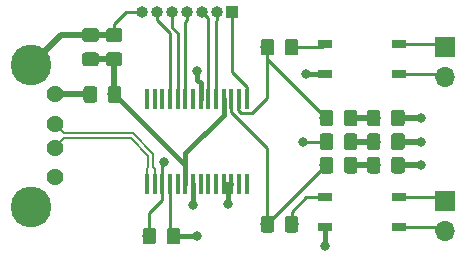
<source format=gbr>
G04 #@! TF.GenerationSoftware,KiCad,Pcbnew,5.1.4-e60b266~84~ubuntu19.04.1*
G04 #@! TF.CreationDate,2019-09-06T13:47:56+02:00*
G04 #@! TF.ProjectId,keyer,6b657965-722e-46b6-9963-61645f706362,rev?*
G04 #@! TF.SameCoordinates,Original*
G04 #@! TF.FileFunction,Copper,L1,Top*
G04 #@! TF.FilePolarity,Positive*
%FSLAX46Y46*%
G04 Gerber Fmt 4.6, Leading zero omitted, Abs format (unit mm)*
G04 Created by KiCad (PCBNEW 5.1.4-e60b266~84~ubuntu19.04.1) date 2019-09-06 13:47:56*
%MOMM*%
%LPD*%
G04 APERTURE LIST*
%ADD10O,1.000000X1.000000*%
%ADD11R,1.000000X1.000000*%
%ADD12C,0.100000*%
%ADD13C,1.150000*%
%ADD14C,3.450000*%
%ADD15C,1.431000*%
%ADD16O,1.700000X1.700000*%
%ADD17R,1.700000X1.700000*%
%ADD18R,0.450000X1.750000*%
%ADD19R,1.200000X0.800000*%
%ADD20C,0.800000*%
%ADD21C,0.500000*%
%ADD22C,0.250000*%
%ADD23C,0.450000*%
%ADD24C,0.200000*%
G04 APERTURE END LIST*
D10*
X116380000Y-117000000D03*
X117650000Y-117000000D03*
X118920000Y-117000000D03*
X120190000Y-117000000D03*
X121460000Y-117000000D03*
X122730000Y-117000000D03*
D11*
X124000000Y-117000000D03*
D12*
G36*
X119374505Y-135301204D02*
G01*
X119398773Y-135304804D01*
X119422572Y-135310765D01*
X119445671Y-135319030D01*
X119467850Y-135329520D01*
X119488893Y-135342132D01*
X119508599Y-135356747D01*
X119526777Y-135373223D01*
X119543253Y-135391401D01*
X119557868Y-135411107D01*
X119570480Y-135432150D01*
X119580970Y-135454329D01*
X119589235Y-135477428D01*
X119595196Y-135501227D01*
X119598796Y-135525495D01*
X119600000Y-135549999D01*
X119600000Y-136450001D01*
X119598796Y-136474505D01*
X119595196Y-136498773D01*
X119589235Y-136522572D01*
X119580970Y-136545671D01*
X119570480Y-136567850D01*
X119557868Y-136588893D01*
X119543253Y-136608599D01*
X119526777Y-136626777D01*
X119508599Y-136643253D01*
X119488893Y-136657868D01*
X119467850Y-136670480D01*
X119445671Y-136680970D01*
X119422572Y-136689235D01*
X119398773Y-136695196D01*
X119374505Y-136698796D01*
X119350001Y-136700000D01*
X118699999Y-136700000D01*
X118675495Y-136698796D01*
X118651227Y-136695196D01*
X118627428Y-136689235D01*
X118604329Y-136680970D01*
X118582150Y-136670480D01*
X118561107Y-136657868D01*
X118541401Y-136643253D01*
X118523223Y-136626777D01*
X118506747Y-136608599D01*
X118492132Y-136588893D01*
X118479520Y-136567850D01*
X118469030Y-136545671D01*
X118460765Y-136522572D01*
X118454804Y-136498773D01*
X118451204Y-136474505D01*
X118450000Y-136450001D01*
X118450000Y-135549999D01*
X118451204Y-135525495D01*
X118454804Y-135501227D01*
X118460765Y-135477428D01*
X118469030Y-135454329D01*
X118479520Y-135432150D01*
X118492132Y-135411107D01*
X118506747Y-135391401D01*
X118523223Y-135373223D01*
X118541401Y-135356747D01*
X118561107Y-135342132D01*
X118582150Y-135329520D01*
X118604329Y-135319030D01*
X118627428Y-135310765D01*
X118651227Y-135304804D01*
X118675495Y-135301204D01*
X118699999Y-135300000D01*
X119350001Y-135300000D01*
X119374505Y-135301204D01*
X119374505Y-135301204D01*
G37*
D13*
X119025000Y-136000000D03*
D12*
G36*
X117324505Y-135301204D02*
G01*
X117348773Y-135304804D01*
X117372572Y-135310765D01*
X117395671Y-135319030D01*
X117417850Y-135329520D01*
X117438893Y-135342132D01*
X117458599Y-135356747D01*
X117476777Y-135373223D01*
X117493253Y-135391401D01*
X117507868Y-135411107D01*
X117520480Y-135432150D01*
X117530970Y-135454329D01*
X117539235Y-135477428D01*
X117545196Y-135501227D01*
X117548796Y-135525495D01*
X117550000Y-135549999D01*
X117550000Y-136450001D01*
X117548796Y-136474505D01*
X117545196Y-136498773D01*
X117539235Y-136522572D01*
X117530970Y-136545671D01*
X117520480Y-136567850D01*
X117507868Y-136588893D01*
X117493253Y-136608599D01*
X117476777Y-136626777D01*
X117458599Y-136643253D01*
X117438893Y-136657868D01*
X117417850Y-136670480D01*
X117395671Y-136680970D01*
X117372572Y-136689235D01*
X117348773Y-136695196D01*
X117324505Y-136698796D01*
X117300001Y-136700000D01*
X116649999Y-136700000D01*
X116625495Y-136698796D01*
X116601227Y-136695196D01*
X116577428Y-136689235D01*
X116554329Y-136680970D01*
X116532150Y-136670480D01*
X116511107Y-136657868D01*
X116491401Y-136643253D01*
X116473223Y-136626777D01*
X116456747Y-136608599D01*
X116442132Y-136588893D01*
X116429520Y-136567850D01*
X116419030Y-136545671D01*
X116410765Y-136522572D01*
X116404804Y-136498773D01*
X116401204Y-136474505D01*
X116400000Y-136450001D01*
X116400000Y-135549999D01*
X116401204Y-135525495D01*
X116404804Y-135501227D01*
X116410765Y-135477428D01*
X116419030Y-135454329D01*
X116429520Y-135432150D01*
X116442132Y-135411107D01*
X116456747Y-135391401D01*
X116473223Y-135373223D01*
X116491401Y-135356747D01*
X116511107Y-135342132D01*
X116532150Y-135329520D01*
X116554329Y-135319030D01*
X116577428Y-135310765D01*
X116601227Y-135304804D01*
X116625495Y-135301204D01*
X116649999Y-135300000D01*
X117300001Y-135300000D01*
X117324505Y-135301204D01*
X117324505Y-135301204D01*
G37*
D13*
X116975000Y-136000000D03*
D12*
G36*
X112474505Y-118401204D02*
G01*
X112498773Y-118404804D01*
X112522572Y-118410765D01*
X112545671Y-118419030D01*
X112567850Y-118429520D01*
X112588893Y-118442132D01*
X112608599Y-118456747D01*
X112626777Y-118473223D01*
X112643253Y-118491401D01*
X112657868Y-118511107D01*
X112670480Y-118532150D01*
X112680970Y-118554329D01*
X112689235Y-118577428D01*
X112695196Y-118601227D01*
X112698796Y-118625495D01*
X112700000Y-118649999D01*
X112700000Y-119300001D01*
X112698796Y-119324505D01*
X112695196Y-119348773D01*
X112689235Y-119372572D01*
X112680970Y-119395671D01*
X112670480Y-119417850D01*
X112657868Y-119438893D01*
X112643253Y-119458599D01*
X112626777Y-119476777D01*
X112608599Y-119493253D01*
X112588893Y-119507868D01*
X112567850Y-119520480D01*
X112545671Y-119530970D01*
X112522572Y-119539235D01*
X112498773Y-119545196D01*
X112474505Y-119548796D01*
X112450001Y-119550000D01*
X111549999Y-119550000D01*
X111525495Y-119548796D01*
X111501227Y-119545196D01*
X111477428Y-119539235D01*
X111454329Y-119530970D01*
X111432150Y-119520480D01*
X111411107Y-119507868D01*
X111391401Y-119493253D01*
X111373223Y-119476777D01*
X111356747Y-119458599D01*
X111342132Y-119438893D01*
X111329520Y-119417850D01*
X111319030Y-119395671D01*
X111310765Y-119372572D01*
X111304804Y-119348773D01*
X111301204Y-119324505D01*
X111300000Y-119300001D01*
X111300000Y-118649999D01*
X111301204Y-118625495D01*
X111304804Y-118601227D01*
X111310765Y-118577428D01*
X111319030Y-118554329D01*
X111329520Y-118532150D01*
X111342132Y-118511107D01*
X111356747Y-118491401D01*
X111373223Y-118473223D01*
X111391401Y-118456747D01*
X111411107Y-118442132D01*
X111432150Y-118429520D01*
X111454329Y-118419030D01*
X111477428Y-118410765D01*
X111501227Y-118404804D01*
X111525495Y-118401204D01*
X111549999Y-118400000D01*
X112450001Y-118400000D01*
X112474505Y-118401204D01*
X112474505Y-118401204D01*
G37*
D13*
X112000000Y-118975000D03*
D12*
G36*
X112474505Y-120451204D02*
G01*
X112498773Y-120454804D01*
X112522572Y-120460765D01*
X112545671Y-120469030D01*
X112567850Y-120479520D01*
X112588893Y-120492132D01*
X112608599Y-120506747D01*
X112626777Y-120523223D01*
X112643253Y-120541401D01*
X112657868Y-120561107D01*
X112670480Y-120582150D01*
X112680970Y-120604329D01*
X112689235Y-120627428D01*
X112695196Y-120651227D01*
X112698796Y-120675495D01*
X112700000Y-120699999D01*
X112700000Y-121350001D01*
X112698796Y-121374505D01*
X112695196Y-121398773D01*
X112689235Y-121422572D01*
X112680970Y-121445671D01*
X112670480Y-121467850D01*
X112657868Y-121488893D01*
X112643253Y-121508599D01*
X112626777Y-121526777D01*
X112608599Y-121543253D01*
X112588893Y-121557868D01*
X112567850Y-121570480D01*
X112545671Y-121580970D01*
X112522572Y-121589235D01*
X112498773Y-121595196D01*
X112474505Y-121598796D01*
X112450001Y-121600000D01*
X111549999Y-121600000D01*
X111525495Y-121598796D01*
X111501227Y-121595196D01*
X111477428Y-121589235D01*
X111454329Y-121580970D01*
X111432150Y-121570480D01*
X111411107Y-121557868D01*
X111391401Y-121543253D01*
X111373223Y-121526777D01*
X111356747Y-121508599D01*
X111342132Y-121488893D01*
X111329520Y-121467850D01*
X111319030Y-121445671D01*
X111310765Y-121422572D01*
X111304804Y-121398773D01*
X111301204Y-121374505D01*
X111300000Y-121350001D01*
X111300000Y-120699999D01*
X111301204Y-120675495D01*
X111304804Y-120651227D01*
X111310765Y-120627428D01*
X111319030Y-120604329D01*
X111329520Y-120582150D01*
X111342132Y-120561107D01*
X111356747Y-120541401D01*
X111373223Y-120523223D01*
X111391401Y-120506747D01*
X111411107Y-120492132D01*
X111432150Y-120479520D01*
X111454329Y-120469030D01*
X111477428Y-120460765D01*
X111501227Y-120454804D01*
X111525495Y-120451204D01*
X111549999Y-120450000D01*
X112450001Y-120450000D01*
X112474505Y-120451204D01*
X112474505Y-120451204D01*
G37*
D13*
X112000000Y-121025000D03*
D12*
G36*
X114474505Y-120451204D02*
G01*
X114498773Y-120454804D01*
X114522572Y-120460765D01*
X114545671Y-120469030D01*
X114567850Y-120479520D01*
X114588893Y-120492132D01*
X114608599Y-120506747D01*
X114626777Y-120523223D01*
X114643253Y-120541401D01*
X114657868Y-120561107D01*
X114670480Y-120582150D01*
X114680970Y-120604329D01*
X114689235Y-120627428D01*
X114695196Y-120651227D01*
X114698796Y-120675495D01*
X114700000Y-120699999D01*
X114700000Y-121350001D01*
X114698796Y-121374505D01*
X114695196Y-121398773D01*
X114689235Y-121422572D01*
X114680970Y-121445671D01*
X114670480Y-121467850D01*
X114657868Y-121488893D01*
X114643253Y-121508599D01*
X114626777Y-121526777D01*
X114608599Y-121543253D01*
X114588893Y-121557868D01*
X114567850Y-121570480D01*
X114545671Y-121580970D01*
X114522572Y-121589235D01*
X114498773Y-121595196D01*
X114474505Y-121598796D01*
X114450001Y-121600000D01*
X113549999Y-121600000D01*
X113525495Y-121598796D01*
X113501227Y-121595196D01*
X113477428Y-121589235D01*
X113454329Y-121580970D01*
X113432150Y-121570480D01*
X113411107Y-121557868D01*
X113391401Y-121543253D01*
X113373223Y-121526777D01*
X113356747Y-121508599D01*
X113342132Y-121488893D01*
X113329520Y-121467850D01*
X113319030Y-121445671D01*
X113310765Y-121422572D01*
X113304804Y-121398773D01*
X113301204Y-121374505D01*
X113300000Y-121350001D01*
X113300000Y-120699999D01*
X113301204Y-120675495D01*
X113304804Y-120651227D01*
X113310765Y-120627428D01*
X113319030Y-120604329D01*
X113329520Y-120582150D01*
X113342132Y-120561107D01*
X113356747Y-120541401D01*
X113373223Y-120523223D01*
X113391401Y-120506747D01*
X113411107Y-120492132D01*
X113432150Y-120479520D01*
X113454329Y-120469030D01*
X113477428Y-120460765D01*
X113501227Y-120454804D01*
X113525495Y-120451204D01*
X113549999Y-120450000D01*
X114450001Y-120450000D01*
X114474505Y-120451204D01*
X114474505Y-120451204D01*
G37*
D13*
X114000000Y-121025000D03*
D12*
G36*
X114474505Y-118401204D02*
G01*
X114498773Y-118404804D01*
X114522572Y-118410765D01*
X114545671Y-118419030D01*
X114567850Y-118429520D01*
X114588893Y-118442132D01*
X114608599Y-118456747D01*
X114626777Y-118473223D01*
X114643253Y-118491401D01*
X114657868Y-118511107D01*
X114670480Y-118532150D01*
X114680970Y-118554329D01*
X114689235Y-118577428D01*
X114695196Y-118601227D01*
X114698796Y-118625495D01*
X114700000Y-118649999D01*
X114700000Y-119300001D01*
X114698796Y-119324505D01*
X114695196Y-119348773D01*
X114689235Y-119372572D01*
X114680970Y-119395671D01*
X114670480Y-119417850D01*
X114657868Y-119438893D01*
X114643253Y-119458599D01*
X114626777Y-119476777D01*
X114608599Y-119493253D01*
X114588893Y-119507868D01*
X114567850Y-119520480D01*
X114545671Y-119530970D01*
X114522572Y-119539235D01*
X114498773Y-119545196D01*
X114474505Y-119548796D01*
X114450001Y-119550000D01*
X113549999Y-119550000D01*
X113525495Y-119548796D01*
X113501227Y-119545196D01*
X113477428Y-119539235D01*
X113454329Y-119530970D01*
X113432150Y-119520480D01*
X113411107Y-119507868D01*
X113391401Y-119493253D01*
X113373223Y-119476777D01*
X113356747Y-119458599D01*
X113342132Y-119438893D01*
X113329520Y-119417850D01*
X113319030Y-119395671D01*
X113310765Y-119372572D01*
X113304804Y-119348773D01*
X113301204Y-119324505D01*
X113300000Y-119300001D01*
X113300000Y-118649999D01*
X113301204Y-118625495D01*
X113304804Y-118601227D01*
X113310765Y-118577428D01*
X113319030Y-118554329D01*
X113329520Y-118532150D01*
X113342132Y-118511107D01*
X113356747Y-118491401D01*
X113373223Y-118473223D01*
X113391401Y-118456747D01*
X113411107Y-118442132D01*
X113432150Y-118429520D01*
X113454329Y-118419030D01*
X113477428Y-118410765D01*
X113501227Y-118404804D01*
X113525495Y-118401204D01*
X113549999Y-118400000D01*
X114450001Y-118400000D01*
X114474505Y-118401204D01*
X114474505Y-118401204D01*
G37*
D13*
X114000000Y-118975000D03*
D12*
G36*
X138374505Y-127301204D02*
G01*
X138398773Y-127304804D01*
X138422572Y-127310765D01*
X138445671Y-127319030D01*
X138467850Y-127329520D01*
X138488893Y-127342132D01*
X138508599Y-127356747D01*
X138526777Y-127373223D01*
X138543253Y-127391401D01*
X138557868Y-127411107D01*
X138570480Y-127432150D01*
X138580970Y-127454329D01*
X138589235Y-127477428D01*
X138595196Y-127501227D01*
X138598796Y-127525495D01*
X138600000Y-127549999D01*
X138600000Y-128450001D01*
X138598796Y-128474505D01*
X138595196Y-128498773D01*
X138589235Y-128522572D01*
X138580970Y-128545671D01*
X138570480Y-128567850D01*
X138557868Y-128588893D01*
X138543253Y-128608599D01*
X138526777Y-128626777D01*
X138508599Y-128643253D01*
X138488893Y-128657868D01*
X138467850Y-128670480D01*
X138445671Y-128680970D01*
X138422572Y-128689235D01*
X138398773Y-128695196D01*
X138374505Y-128698796D01*
X138350001Y-128700000D01*
X137699999Y-128700000D01*
X137675495Y-128698796D01*
X137651227Y-128695196D01*
X137627428Y-128689235D01*
X137604329Y-128680970D01*
X137582150Y-128670480D01*
X137561107Y-128657868D01*
X137541401Y-128643253D01*
X137523223Y-128626777D01*
X137506747Y-128608599D01*
X137492132Y-128588893D01*
X137479520Y-128567850D01*
X137469030Y-128545671D01*
X137460765Y-128522572D01*
X137454804Y-128498773D01*
X137451204Y-128474505D01*
X137450000Y-128450001D01*
X137450000Y-127549999D01*
X137451204Y-127525495D01*
X137454804Y-127501227D01*
X137460765Y-127477428D01*
X137469030Y-127454329D01*
X137479520Y-127432150D01*
X137492132Y-127411107D01*
X137506747Y-127391401D01*
X137523223Y-127373223D01*
X137541401Y-127356747D01*
X137561107Y-127342132D01*
X137582150Y-127329520D01*
X137604329Y-127319030D01*
X137627428Y-127310765D01*
X137651227Y-127304804D01*
X137675495Y-127301204D01*
X137699999Y-127300000D01*
X138350001Y-127300000D01*
X138374505Y-127301204D01*
X138374505Y-127301204D01*
G37*
D13*
X138025000Y-128000000D03*
D12*
G36*
X136324505Y-127301204D02*
G01*
X136348773Y-127304804D01*
X136372572Y-127310765D01*
X136395671Y-127319030D01*
X136417850Y-127329520D01*
X136438893Y-127342132D01*
X136458599Y-127356747D01*
X136476777Y-127373223D01*
X136493253Y-127391401D01*
X136507868Y-127411107D01*
X136520480Y-127432150D01*
X136530970Y-127454329D01*
X136539235Y-127477428D01*
X136545196Y-127501227D01*
X136548796Y-127525495D01*
X136550000Y-127549999D01*
X136550000Y-128450001D01*
X136548796Y-128474505D01*
X136545196Y-128498773D01*
X136539235Y-128522572D01*
X136530970Y-128545671D01*
X136520480Y-128567850D01*
X136507868Y-128588893D01*
X136493253Y-128608599D01*
X136476777Y-128626777D01*
X136458599Y-128643253D01*
X136438893Y-128657868D01*
X136417850Y-128670480D01*
X136395671Y-128680970D01*
X136372572Y-128689235D01*
X136348773Y-128695196D01*
X136324505Y-128698796D01*
X136300001Y-128700000D01*
X135649999Y-128700000D01*
X135625495Y-128698796D01*
X135601227Y-128695196D01*
X135577428Y-128689235D01*
X135554329Y-128680970D01*
X135532150Y-128670480D01*
X135511107Y-128657868D01*
X135491401Y-128643253D01*
X135473223Y-128626777D01*
X135456747Y-128608599D01*
X135442132Y-128588893D01*
X135429520Y-128567850D01*
X135419030Y-128545671D01*
X135410765Y-128522572D01*
X135404804Y-128498773D01*
X135401204Y-128474505D01*
X135400000Y-128450001D01*
X135400000Y-127549999D01*
X135401204Y-127525495D01*
X135404804Y-127501227D01*
X135410765Y-127477428D01*
X135419030Y-127454329D01*
X135429520Y-127432150D01*
X135442132Y-127411107D01*
X135456747Y-127391401D01*
X135473223Y-127373223D01*
X135491401Y-127356747D01*
X135511107Y-127342132D01*
X135532150Y-127329520D01*
X135554329Y-127319030D01*
X135577428Y-127310765D01*
X135601227Y-127304804D01*
X135625495Y-127301204D01*
X135649999Y-127300000D01*
X136300001Y-127300000D01*
X136324505Y-127301204D01*
X136324505Y-127301204D01*
G37*
D13*
X135975000Y-128000000D03*
D12*
G36*
X136324505Y-125301204D02*
G01*
X136348773Y-125304804D01*
X136372572Y-125310765D01*
X136395671Y-125319030D01*
X136417850Y-125329520D01*
X136438893Y-125342132D01*
X136458599Y-125356747D01*
X136476777Y-125373223D01*
X136493253Y-125391401D01*
X136507868Y-125411107D01*
X136520480Y-125432150D01*
X136530970Y-125454329D01*
X136539235Y-125477428D01*
X136545196Y-125501227D01*
X136548796Y-125525495D01*
X136550000Y-125549999D01*
X136550000Y-126450001D01*
X136548796Y-126474505D01*
X136545196Y-126498773D01*
X136539235Y-126522572D01*
X136530970Y-126545671D01*
X136520480Y-126567850D01*
X136507868Y-126588893D01*
X136493253Y-126608599D01*
X136476777Y-126626777D01*
X136458599Y-126643253D01*
X136438893Y-126657868D01*
X136417850Y-126670480D01*
X136395671Y-126680970D01*
X136372572Y-126689235D01*
X136348773Y-126695196D01*
X136324505Y-126698796D01*
X136300001Y-126700000D01*
X135649999Y-126700000D01*
X135625495Y-126698796D01*
X135601227Y-126695196D01*
X135577428Y-126689235D01*
X135554329Y-126680970D01*
X135532150Y-126670480D01*
X135511107Y-126657868D01*
X135491401Y-126643253D01*
X135473223Y-126626777D01*
X135456747Y-126608599D01*
X135442132Y-126588893D01*
X135429520Y-126567850D01*
X135419030Y-126545671D01*
X135410765Y-126522572D01*
X135404804Y-126498773D01*
X135401204Y-126474505D01*
X135400000Y-126450001D01*
X135400000Y-125549999D01*
X135401204Y-125525495D01*
X135404804Y-125501227D01*
X135410765Y-125477428D01*
X135419030Y-125454329D01*
X135429520Y-125432150D01*
X135442132Y-125411107D01*
X135456747Y-125391401D01*
X135473223Y-125373223D01*
X135491401Y-125356747D01*
X135511107Y-125342132D01*
X135532150Y-125329520D01*
X135554329Y-125319030D01*
X135577428Y-125310765D01*
X135601227Y-125304804D01*
X135625495Y-125301204D01*
X135649999Y-125300000D01*
X136300001Y-125300000D01*
X136324505Y-125301204D01*
X136324505Y-125301204D01*
G37*
D13*
X135975000Y-126000000D03*
D12*
G36*
X138374505Y-125301204D02*
G01*
X138398773Y-125304804D01*
X138422572Y-125310765D01*
X138445671Y-125319030D01*
X138467850Y-125329520D01*
X138488893Y-125342132D01*
X138508599Y-125356747D01*
X138526777Y-125373223D01*
X138543253Y-125391401D01*
X138557868Y-125411107D01*
X138570480Y-125432150D01*
X138580970Y-125454329D01*
X138589235Y-125477428D01*
X138595196Y-125501227D01*
X138598796Y-125525495D01*
X138600000Y-125549999D01*
X138600000Y-126450001D01*
X138598796Y-126474505D01*
X138595196Y-126498773D01*
X138589235Y-126522572D01*
X138580970Y-126545671D01*
X138570480Y-126567850D01*
X138557868Y-126588893D01*
X138543253Y-126608599D01*
X138526777Y-126626777D01*
X138508599Y-126643253D01*
X138488893Y-126657868D01*
X138467850Y-126670480D01*
X138445671Y-126680970D01*
X138422572Y-126689235D01*
X138398773Y-126695196D01*
X138374505Y-126698796D01*
X138350001Y-126700000D01*
X137699999Y-126700000D01*
X137675495Y-126698796D01*
X137651227Y-126695196D01*
X137627428Y-126689235D01*
X137604329Y-126680970D01*
X137582150Y-126670480D01*
X137561107Y-126657868D01*
X137541401Y-126643253D01*
X137523223Y-126626777D01*
X137506747Y-126608599D01*
X137492132Y-126588893D01*
X137479520Y-126567850D01*
X137469030Y-126545671D01*
X137460765Y-126522572D01*
X137454804Y-126498773D01*
X137451204Y-126474505D01*
X137450000Y-126450001D01*
X137450000Y-125549999D01*
X137451204Y-125525495D01*
X137454804Y-125501227D01*
X137460765Y-125477428D01*
X137469030Y-125454329D01*
X137479520Y-125432150D01*
X137492132Y-125411107D01*
X137506747Y-125391401D01*
X137523223Y-125373223D01*
X137541401Y-125356747D01*
X137561107Y-125342132D01*
X137582150Y-125329520D01*
X137604329Y-125319030D01*
X137627428Y-125310765D01*
X137651227Y-125304804D01*
X137675495Y-125301204D01*
X137699999Y-125300000D01*
X138350001Y-125300000D01*
X138374505Y-125301204D01*
X138374505Y-125301204D01*
G37*
D13*
X138025000Y-126000000D03*
D12*
G36*
X138374505Y-129301204D02*
G01*
X138398773Y-129304804D01*
X138422572Y-129310765D01*
X138445671Y-129319030D01*
X138467850Y-129329520D01*
X138488893Y-129342132D01*
X138508599Y-129356747D01*
X138526777Y-129373223D01*
X138543253Y-129391401D01*
X138557868Y-129411107D01*
X138570480Y-129432150D01*
X138580970Y-129454329D01*
X138589235Y-129477428D01*
X138595196Y-129501227D01*
X138598796Y-129525495D01*
X138600000Y-129549999D01*
X138600000Y-130450001D01*
X138598796Y-130474505D01*
X138595196Y-130498773D01*
X138589235Y-130522572D01*
X138580970Y-130545671D01*
X138570480Y-130567850D01*
X138557868Y-130588893D01*
X138543253Y-130608599D01*
X138526777Y-130626777D01*
X138508599Y-130643253D01*
X138488893Y-130657868D01*
X138467850Y-130670480D01*
X138445671Y-130680970D01*
X138422572Y-130689235D01*
X138398773Y-130695196D01*
X138374505Y-130698796D01*
X138350001Y-130700000D01*
X137699999Y-130700000D01*
X137675495Y-130698796D01*
X137651227Y-130695196D01*
X137627428Y-130689235D01*
X137604329Y-130680970D01*
X137582150Y-130670480D01*
X137561107Y-130657868D01*
X137541401Y-130643253D01*
X137523223Y-130626777D01*
X137506747Y-130608599D01*
X137492132Y-130588893D01*
X137479520Y-130567850D01*
X137469030Y-130545671D01*
X137460765Y-130522572D01*
X137454804Y-130498773D01*
X137451204Y-130474505D01*
X137450000Y-130450001D01*
X137450000Y-129549999D01*
X137451204Y-129525495D01*
X137454804Y-129501227D01*
X137460765Y-129477428D01*
X137469030Y-129454329D01*
X137479520Y-129432150D01*
X137492132Y-129411107D01*
X137506747Y-129391401D01*
X137523223Y-129373223D01*
X137541401Y-129356747D01*
X137561107Y-129342132D01*
X137582150Y-129329520D01*
X137604329Y-129319030D01*
X137627428Y-129310765D01*
X137651227Y-129304804D01*
X137675495Y-129301204D01*
X137699999Y-129300000D01*
X138350001Y-129300000D01*
X138374505Y-129301204D01*
X138374505Y-129301204D01*
G37*
D13*
X138025000Y-130000000D03*
D12*
G36*
X136324505Y-129301204D02*
G01*
X136348773Y-129304804D01*
X136372572Y-129310765D01*
X136395671Y-129319030D01*
X136417850Y-129329520D01*
X136438893Y-129342132D01*
X136458599Y-129356747D01*
X136476777Y-129373223D01*
X136493253Y-129391401D01*
X136507868Y-129411107D01*
X136520480Y-129432150D01*
X136530970Y-129454329D01*
X136539235Y-129477428D01*
X136545196Y-129501227D01*
X136548796Y-129525495D01*
X136550000Y-129549999D01*
X136550000Y-130450001D01*
X136548796Y-130474505D01*
X136545196Y-130498773D01*
X136539235Y-130522572D01*
X136530970Y-130545671D01*
X136520480Y-130567850D01*
X136507868Y-130588893D01*
X136493253Y-130608599D01*
X136476777Y-130626777D01*
X136458599Y-130643253D01*
X136438893Y-130657868D01*
X136417850Y-130670480D01*
X136395671Y-130680970D01*
X136372572Y-130689235D01*
X136348773Y-130695196D01*
X136324505Y-130698796D01*
X136300001Y-130700000D01*
X135649999Y-130700000D01*
X135625495Y-130698796D01*
X135601227Y-130695196D01*
X135577428Y-130689235D01*
X135554329Y-130680970D01*
X135532150Y-130670480D01*
X135511107Y-130657868D01*
X135491401Y-130643253D01*
X135473223Y-130626777D01*
X135456747Y-130608599D01*
X135442132Y-130588893D01*
X135429520Y-130567850D01*
X135419030Y-130545671D01*
X135410765Y-130522572D01*
X135404804Y-130498773D01*
X135401204Y-130474505D01*
X135400000Y-130450001D01*
X135400000Y-129549999D01*
X135401204Y-129525495D01*
X135404804Y-129501227D01*
X135410765Y-129477428D01*
X135419030Y-129454329D01*
X135429520Y-129432150D01*
X135442132Y-129411107D01*
X135456747Y-129391401D01*
X135473223Y-129373223D01*
X135491401Y-129356747D01*
X135511107Y-129342132D01*
X135532150Y-129329520D01*
X135554329Y-129319030D01*
X135577428Y-129310765D01*
X135601227Y-129304804D01*
X135625495Y-129301204D01*
X135649999Y-129300000D01*
X136300001Y-129300000D01*
X136324505Y-129301204D01*
X136324505Y-129301204D01*
G37*
D13*
X135975000Y-130000000D03*
D12*
G36*
X114374505Y-123301204D02*
G01*
X114398773Y-123304804D01*
X114422572Y-123310765D01*
X114445671Y-123319030D01*
X114467850Y-123329520D01*
X114488893Y-123342132D01*
X114508599Y-123356747D01*
X114526777Y-123373223D01*
X114543253Y-123391401D01*
X114557868Y-123411107D01*
X114570480Y-123432150D01*
X114580970Y-123454329D01*
X114589235Y-123477428D01*
X114595196Y-123501227D01*
X114598796Y-123525495D01*
X114600000Y-123549999D01*
X114600000Y-124450001D01*
X114598796Y-124474505D01*
X114595196Y-124498773D01*
X114589235Y-124522572D01*
X114580970Y-124545671D01*
X114570480Y-124567850D01*
X114557868Y-124588893D01*
X114543253Y-124608599D01*
X114526777Y-124626777D01*
X114508599Y-124643253D01*
X114488893Y-124657868D01*
X114467850Y-124670480D01*
X114445671Y-124680970D01*
X114422572Y-124689235D01*
X114398773Y-124695196D01*
X114374505Y-124698796D01*
X114350001Y-124700000D01*
X113699999Y-124700000D01*
X113675495Y-124698796D01*
X113651227Y-124695196D01*
X113627428Y-124689235D01*
X113604329Y-124680970D01*
X113582150Y-124670480D01*
X113561107Y-124657868D01*
X113541401Y-124643253D01*
X113523223Y-124626777D01*
X113506747Y-124608599D01*
X113492132Y-124588893D01*
X113479520Y-124567850D01*
X113469030Y-124545671D01*
X113460765Y-124522572D01*
X113454804Y-124498773D01*
X113451204Y-124474505D01*
X113450000Y-124450001D01*
X113450000Y-123549999D01*
X113451204Y-123525495D01*
X113454804Y-123501227D01*
X113460765Y-123477428D01*
X113469030Y-123454329D01*
X113479520Y-123432150D01*
X113492132Y-123411107D01*
X113506747Y-123391401D01*
X113523223Y-123373223D01*
X113541401Y-123356747D01*
X113561107Y-123342132D01*
X113582150Y-123329520D01*
X113604329Y-123319030D01*
X113627428Y-123310765D01*
X113651227Y-123304804D01*
X113675495Y-123301204D01*
X113699999Y-123300000D01*
X114350001Y-123300000D01*
X114374505Y-123301204D01*
X114374505Y-123301204D01*
G37*
D13*
X114025000Y-124000000D03*
D12*
G36*
X112324505Y-123301204D02*
G01*
X112348773Y-123304804D01*
X112372572Y-123310765D01*
X112395671Y-123319030D01*
X112417850Y-123329520D01*
X112438893Y-123342132D01*
X112458599Y-123356747D01*
X112476777Y-123373223D01*
X112493253Y-123391401D01*
X112507868Y-123411107D01*
X112520480Y-123432150D01*
X112530970Y-123454329D01*
X112539235Y-123477428D01*
X112545196Y-123501227D01*
X112548796Y-123525495D01*
X112550000Y-123549999D01*
X112550000Y-124450001D01*
X112548796Y-124474505D01*
X112545196Y-124498773D01*
X112539235Y-124522572D01*
X112530970Y-124545671D01*
X112520480Y-124567850D01*
X112507868Y-124588893D01*
X112493253Y-124608599D01*
X112476777Y-124626777D01*
X112458599Y-124643253D01*
X112438893Y-124657868D01*
X112417850Y-124670480D01*
X112395671Y-124680970D01*
X112372572Y-124689235D01*
X112348773Y-124695196D01*
X112324505Y-124698796D01*
X112300001Y-124700000D01*
X111649999Y-124700000D01*
X111625495Y-124698796D01*
X111601227Y-124695196D01*
X111577428Y-124689235D01*
X111554329Y-124680970D01*
X111532150Y-124670480D01*
X111511107Y-124657868D01*
X111491401Y-124643253D01*
X111473223Y-124626777D01*
X111456747Y-124608599D01*
X111442132Y-124588893D01*
X111429520Y-124567850D01*
X111419030Y-124545671D01*
X111410765Y-124522572D01*
X111404804Y-124498773D01*
X111401204Y-124474505D01*
X111400000Y-124450001D01*
X111400000Y-123549999D01*
X111401204Y-123525495D01*
X111404804Y-123501227D01*
X111410765Y-123477428D01*
X111419030Y-123454329D01*
X111429520Y-123432150D01*
X111442132Y-123411107D01*
X111456747Y-123391401D01*
X111473223Y-123373223D01*
X111491401Y-123356747D01*
X111511107Y-123342132D01*
X111532150Y-123329520D01*
X111554329Y-123319030D01*
X111577428Y-123310765D01*
X111601227Y-123304804D01*
X111625495Y-123301204D01*
X111649999Y-123300000D01*
X112300001Y-123300000D01*
X112324505Y-123301204D01*
X112324505Y-123301204D01*
G37*
D13*
X111975000Y-124000000D03*
D14*
X107000000Y-133500000D03*
X107000000Y-121500000D03*
D15*
X109000000Y-131000000D03*
X109000000Y-128500000D03*
X109000000Y-126500000D03*
X109000000Y-124000000D03*
D16*
X142000000Y-135540000D03*
D17*
X142000000Y-133000000D03*
X142000000Y-120000000D03*
D16*
X142000000Y-122540000D03*
D12*
G36*
X134374505Y-127301204D02*
G01*
X134398773Y-127304804D01*
X134422572Y-127310765D01*
X134445671Y-127319030D01*
X134467850Y-127329520D01*
X134488893Y-127342132D01*
X134508599Y-127356747D01*
X134526777Y-127373223D01*
X134543253Y-127391401D01*
X134557868Y-127411107D01*
X134570480Y-127432150D01*
X134580970Y-127454329D01*
X134589235Y-127477428D01*
X134595196Y-127501227D01*
X134598796Y-127525495D01*
X134600000Y-127549999D01*
X134600000Y-128450001D01*
X134598796Y-128474505D01*
X134595196Y-128498773D01*
X134589235Y-128522572D01*
X134580970Y-128545671D01*
X134570480Y-128567850D01*
X134557868Y-128588893D01*
X134543253Y-128608599D01*
X134526777Y-128626777D01*
X134508599Y-128643253D01*
X134488893Y-128657868D01*
X134467850Y-128670480D01*
X134445671Y-128680970D01*
X134422572Y-128689235D01*
X134398773Y-128695196D01*
X134374505Y-128698796D01*
X134350001Y-128700000D01*
X133699999Y-128700000D01*
X133675495Y-128698796D01*
X133651227Y-128695196D01*
X133627428Y-128689235D01*
X133604329Y-128680970D01*
X133582150Y-128670480D01*
X133561107Y-128657868D01*
X133541401Y-128643253D01*
X133523223Y-128626777D01*
X133506747Y-128608599D01*
X133492132Y-128588893D01*
X133479520Y-128567850D01*
X133469030Y-128545671D01*
X133460765Y-128522572D01*
X133454804Y-128498773D01*
X133451204Y-128474505D01*
X133450000Y-128450001D01*
X133450000Y-127549999D01*
X133451204Y-127525495D01*
X133454804Y-127501227D01*
X133460765Y-127477428D01*
X133469030Y-127454329D01*
X133479520Y-127432150D01*
X133492132Y-127411107D01*
X133506747Y-127391401D01*
X133523223Y-127373223D01*
X133541401Y-127356747D01*
X133561107Y-127342132D01*
X133582150Y-127329520D01*
X133604329Y-127319030D01*
X133627428Y-127310765D01*
X133651227Y-127304804D01*
X133675495Y-127301204D01*
X133699999Y-127300000D01*
X134350001Y-127300000D01*
X134374505Y-127301204D01*
X134374505Y-127301204D01*
G37*
D13*
X134025000Y-128000000D03*
D12*
G36*
X132324505Y-127301204D02*
G01*
X132348773Y-127304804D01*
X132372572Y-127310765D01*
X132395671Y-127319030D01*
X132417850Y-127329520D01*
X132438893Y-127342132D01*
X132458599Y-127356747D01*
X132476777Y-127373223D01*
X132493253Y-127391401D01*
X132507868Y-127411107D01*
X132520480Y-127432150D01*
X132530970Y-127454329D01*
X132539235Y-127477428D01*
X132545196Y-127501227D01*
X132548796Y-127525495D01*
X132550000Y-127549999D01*
X132550000Y-128450001D01*
X132548796Y-128474505D01*
X132545196Y-128498773D01*
X132539235Y-128522572D01*
X132530970Y-128545671D01*
X132520480Y-128567850D01*
X132507868Y-128588893D01*
X132493253Y-128608599D01*
X132476777Y-128626777D01*
X132458599Y-128643253D01*
X132438893Y-128657868D01*
X132417850Y-128670480D01*
X132395671Y-128680970D01*
X132372572Y-128689235D01*
X132348773Y-128695196D01*
X132324505Y-128698796D01*
X132300001Y-128700000D01*
X131649999Y-128700000D01*
X131625495Y-128698796D01*
X131601227Y-128695196D01*
X131577428Y-128689235D01*
X131554329Y-128680970D01*
X131532150Y-128670480D01*
X131511107Y-128657868D01*
X131491401Y-128643253D01*
X131473223Y-128626777D01*
X131456747Y-128608599D01*
X131442132Y-128588893D01*
X131429520Y-128567850D01*
X131419030Y-128545671D01*
X131410765Y-128522572D01*
X131404804Y-128498773D01*
X131401204Y-128474505D01*
X131400000Y-128450001D01*
X131400000Y-127549999D01*
X131401204Y-127525495D01*
X131404804Y-127501227D01*
X131410765Y-127477428D01*
X131419030Y-127454329D01*
X131429520Y-127432150D01*
X131442132Y-127411107D01*
X131456747Y-127391401D01*
X131473223Y-127373223D01*
X131491401Y-127356747D01*
X131511107Y-127342132D01*
X131532150Y-127329520D01*
X131554329Y-127319030D01*
X131577428Y-127310765D01*
X131601227Y-127304804D01*
X131625495Y-127301204D01*
X131649999Y-127300000D01*
X132300001Y-127300000D01*
X132324505Y-127301204D01*
X132324505Y-127301204D01*
G37*
D13*
X131975000Y-128000000D03*
D12*
G36*
X132324505Y-125301204D02*
G01*
X132348773Y-125304804D01*
X132372572Y-125310765D01*
X132395671Y-125319030D01*
X132417850Y-125329520D01*
X132438893Y-125342132D01*
X132458599Y-125356747D01*
X132476777Y-125373223D01*
X132493253Y-125391401D01*
X132507868Y-125411107D01*
X132520480Y-125432150D01*
X132530970Y-125454329D01*
X132539235Y-125477428D01*
X132545196Y-125501227D01*
X132548796Y-125525495D01*
X132550000Y-125549999D01*
X132550000Y-126450001D01*
X132548796Y-126474505D01*
X132545196Y-126498773D01*
X132539235Y-126522572D01*
X132530970Y-126545671D01*
X132520480Y-126567850D01*
X132507868Y-126588893D01*
X132493253Y-126608599D01*
X132476777Y-126626777D01*
X132458599Y-126643253D01*
X132438893Y-126657868D01*
X132417850Y-126670480D01*
X132395671Y-126680970D01*
X132372572Y-126689235D01*
X132348773Y-126695196D01*
X132324505Y-126698796D01*
X132300001Y-126700000D01*
X131649999Y-126700000D01*
X131625495Y-126698796D01*
X131601227Y-126695196D01*
X131577428Y-126689235D01*
X131554329Y-126680970D01*
X131532150Y-126670480D01*
X131511107Y-126657868D01*
X131491401Y-126643253D01*
X131473223Y-126626777D01*
X131456747Y-126608599D01*
X131442132Y-126588893D01*
X131429520Y-126567850D01*
X131419030Y-126545671D01*
X131410765Y-126522572D01*
X131404804Y-126498773D01*
X131401204Y-126474505D01*
X131400000Y-126450001D01*
X131400000Y-125549999D01*
X131401204Y-125525495D01*
X131404804Y-125501227D01*
X131410765Y-125477428D01*
X131419030Y-125454329D01*
X131429520Y-125432150D01*
X131442132Y-125411107D01*
X131456747Y-125391401D01*
X131473223Y-125373223D01*
X131491401Y-125356747D01*
X131511107Y-125342132D01*
X131532150Y-125329520D01*
X131554329Y-125319030D01*
X131577428Y-125310765D01*
X131601227Y-125304804D01*
X131625495Y-125301204D01*
X131649999Y-125300000D01*
X132300001Y-125300000D01*
X132324505Y-125301204D01*
X132324505Y-125301204D01*
G37*
D13*
X131975000Y-126000000D03*
D12*
G36*
X134374505Y-125301204D02*
G01*
X134398773Y-125304804D01*
X134422572Y-125310765D01*
X134445671Y-125319030D01*
X134467850Y-125329520D01*
X134488893Y-125342132D01*
X134508599Y-125356747D01*
X134526777Y-125373223D01*
X134543253Y-125391401D01*
X134557868Y-125411107D01*
X134570480Y-125432150D01*
X134580970Y-125454329D01*
X134589235Y-125477428D01*
X134595196Y-125501227D01*
X134598796Y-125525495D01*
X134600000Y-125549999D01*
X134600000Y-126450001D01*
X134598796Y-126474505D01*
X134595196Y-126498773D01*
X134589235Y-126522572D01*
X134580970Y-126545671D01*
X134570480Y-126567850D01*
X134557868Y-126588893D01*
X134543253Y-126608599D01*
X134526777Y-126626777D01*
X134508599Y-126643253D01*
X134488893Y-126657868D01*
X134467850Y-126670480D01*
X134445671Y-126680970D01*
X134422572Y-126689235D01*
X134398773Y-126695196D01*
X134374505Y-126698796D01*
X134350001Y-126700000D01*
X133699999Y-126700000D01*
X133675495Y-126698796D01*
X133651227Y-126695196D01*
X133627428Y-126689235D01*
X133604329Y-126680970D01*
X133582150Y-126670480D01*
X133561107Y-126657868D01*
X133541401Y-126643253D01*
X133523223Y-126626777D01*
X133506747Y-126608599D01*
X133492132Y-126588893D01*
X133479520Y-126567850D01*
X133469030Y-126545671D01*
X133460765Y-126522572D01*
X133454804Y-126498773D01*
X133451204Y-126474505D01*
X133450000Y-126450001D01*
X133450000Y-125549999D01*
X133451204Y-125525495D01*
X133454804Y-125501227D01*
X133460765Y-125477428D01*
X133469030Y-125454329D01*
X133479520Y-125432150D01*
X133492132Y-125411107D01*
X133506747Y-125391401D01*
X133523223Y-125373223D01*
X133541401Y-125356747D01*
X133561107Y-125342132D01*
X133582150Y-125329520D01*
X133604329Y-125319030D01*
X133627428Y-125310765D01*
X133651227Y-125304804D01*
X133675495Y-125301204D01*
X133699999Y-125300000D01*
X134350001Y-125300000D01*
X134374505Y-125301204D01*
X134374505Y-125301204D01*
G37*
D13*
X134025000Y-126000000D03*
D12*
G36*
X134374505Y-129301204D02*
G01*
X134398773Y-129304804D01*
X134422572Y-129310765D01*
X134445671Y-129319030D01*
X134467850Y-129329520D01*
X134488893Y-129342132D01*
X134508599Y-129356747D01*
X134526777Y-129373223D01*
X134543253Y-129391401D01*
X134557868Y-129411107D01*
X134570480Y-129432150D01*
X134580970Y-129454329D01*
X134589235Y-129477428D01*
X134595196Y-129501227D01*
X134598796Y-129525495D01*
X134600000Y-129549999D01*
X134600000Y-130450001D01*
X134598796Y-130474505D01*
X134595196Y-130498773D01*
X134589235Y-130522572D01*
X134580970Y-130545671D01*
X134570480Y-130567850D01*
X134557868Y-130588893D01*
X134543253Y-130608599D01*
X134526777Y-130626777D01*
X134508599Y-130643253D01*
X134488893Y-130657868D01*
X134467850Y-130670480D01*
X134445671Y-130680970D01*
X134422572Y-130689235D01*
X134398773Y-130695196D01*
X134374505Y-130698796D01*
X134350001Y-130700000D01*
X133699999Y-130700000D01*
X133675495Y-130698796D01*
X133651227Y-130695196D01*
X133627428Y-130689235D01*
X133604329Y-130680970D01*
X133582150Y-130670480D01*
X133561107Y-130657868D01*
X133541401Y-130643253D01*
X133523223Y-130626777D01*
X133506747Y-130608599D01*
X133492132Y-130588893D01*
X133479520Y-130567850D01*
X133469030Y-130545671D01*
X133460765Y-130522572D01*
X133454804Y-130498773D01*
X133451204Y-130474505D01*
X133450000Y-130450001D01*
X133450000Y-129549999D01*
X133451204Y-129525495D01*
X133454804Y-129501227D01*
X133460765Y-129477428D01*
X133469030Y-129454329D01*
X133479520Y-129432150D01*
X133492132Y-129411107D01*
X133506747Y-129391401D01*
X133523223Y-129373223D01*
X133541401Y-129356747D01*
X133561107Y-129342132D01*
X133582150Y-129329520D01*
X133604329Y-129319030D01*
X133627428Y-129310765D01*
X133651227Y-129304804D01*
X133675495Y-129301204D01*
X133699999Y-129300000D01*
X134350001Y-129300000D01*
X134374505Y-129301204D01*
X134374505Y-129301204D01*
G37*
D13*
X134025000Y-130000000D03*
D12*
G36*
X132324505Y-129301204D02*
G01*
X132348773Y-129304804D01*
X132372572Y-129310765D01*
X132395671Y-129319030D01*
X132417850Y-129329520D01*
X132438893Y-129342132D01*
X132458599Y-129356747D01*
X132476777Y-129373223D01*
X132493253Y-129391401D01*
X132507868Y-129411107D01*
X132520480Y-129432150D01*
X132530970Y-129454329D01*
X132539235Y-129477428D01*
X132545196Y-129501227D01*
X132548796Y-129525495D01*
X132550000Y-129549999D01*
X132550000Y-130450001D01*
X132548796Y-130474505D01*
X132545196Y-130498773D01*
X132539235Y-130522572D01*
X132530970Y-130545671D01*
X132520480Y-130567850D01*
X132507868Y-130588893D01*
X132493253Y-130608599D01*
X132476777Y-130626777D01*
X132458599Y-130643253D01*
X132438893Y-130657868D01*
X132417850Y-130670480D01*
X132395671Y-130680970D01*
X132372572Y-130689235D01*
X132348773Y-130695196D01*
X132324505Y-130698796D01*
X132300001Y-130700000D01*
X131649999Y-130700000D01*
X131625495Y-130698796D01*
X131601227Y-130695196D01*
X131577428Y-130689235D01*
X131554329Y-130680970D01*
X131532150Y-130670480D01*
X131511107Y-130657868D01*
X131491401Y-130643253D01*
X131473223Y-130626777D01*
X131456747Y-130608599D01*
X131442132Y-130588893D01*
X131429520Y-130567850D01*
X131419030Y-130545671D01*
X131410765Y-130522572D01*
X131404804Y-130498773D01*
X131401204Y-130474505D01*
X131400000Y-130450001D01*
X131400000Y-129549999D01*
X131401204Y-129525495D01*
X131404804Y-129501227D01*
X131410765Y-129477428D01*
X131419030Y-129454329D01*
X131429520Y-129432150D01*
X131442132Y-129411107D01*
X131456747Y-129391401D01*
X131473223Y-129373223D01*
X131491401Y-129356747D01*
X131511107Y-129342132D01*
X131532150Y-129329520D01*
X131554329Y-129319030D01*
X131577428Y-129310765D01*
X131601227Y-129304804D01*
X131625495Y-129301204D01*
X131649999Y-129300000D01*
X132300001Y-129300000D01*
X132324505Y-129301204D01*
X132324505Y-129301204D01*
G37*
D13*
X131975000Y-130000000D03*
D12*
G36*
X127324505Y-134301204D02*
G01*
X127348773Y-134304804D01*
X127372572Y-134310765D01*
X127395671Y-134319030D01*
X127417850Y-134329520D01*
X127438893Y-134342132D01*
X127458599Y-134356747D01*
X127476777Y-134373223D01*
X127493253Y-134391401D01*
X127507868Y-134411107D01*
X127520480Y-134432150D01*
X127530970Y-134454329D01*
X127539235Y-134477428D01*
X127545196Y-134501227D01*
X127548796Y-134525495D01*
X127550000Y-134549999D01*
X127550000Y-135450001D01*
X127548796Y-135474505D01*
X127545196Y-135498773D01*
X127539235Y-135522572D01*
X127530970Y-135545671D01*
X127520480Y-135567850D01*
X127507868Y-135588893D01*
X127493253Y-135608599D01*
X127476777Y-135626777D01*
X127458599Y-135643253D01*
X127438893Y-135657868D01*
X127417850Y-135670480D01*
X127395671Y-135680970D01*
X127372572Y-135689235D01*
X127348773Y-135695196D01*
X127324505Y-135698796D01*
X127300001Y-135700000D01*
X126649999Y-135700000D01*
X126625495Y-135698796D01*
X126601227Y-135695196D01*
X126577428Y-135689235D01*
X126554329Y-135680970D01*
X126532150Y-135670480D01*
X126511107Y-135657868D01*
X126491401Y-135643253D01*
X126473223Y-135626777D01*
X126456747Y-135608599D01*
X126442132Y-135588893D01*
X126429520Y-135567850D01*
X126419030Y-135545671D01*
X126410765Y-135522572D01*
X126404804Y-135498773D01*
X126401204Y-135474505D01*
X126400000Y-135450001D01*
X126400000Y-134549999D01*
X126401204Y-134525495D01*
X126404804Y-134501227D01*
X126410765Y-134477428D01*
X126419030Y-134454329D01*
X126429520Y-134432150D01*
X126442132Y-134411107D01*
X126456747Y-134391401D01*
X126473223Y-134373223D01*
X126491401Y-134356747D01*
X126511107Y-134342132D01*
X126532150Y-134329520D01*
X126554329Y-134319030D01*
X126577428Y-134310765D01*
X126601227Y-134304804D01*
X126625495Y-134301204D01*
X126649999Y-134300000D01*
X127300001Y-134300000D01*
X127324505Y-134301204D01*
X127324505Y-134301204D01*
G37*
D13*
X126975000Y-135000000D03*
D12*
G36*
X129374505Y-134301204D02*
G01*
X129398773Y-134304804D01*
X129422572Y-134310765D01*
X129445671Y-134319030D01*
X129467850Y-134329520D01*
X129488893Y-134342132D01*
X129508599Y-134356747D01*
X129526777Y-134373223D01*
X129543253Y-134391401D01*
X129557868Y-134411107D01*
X129570480Y-134432150D01*
X129580970Y-134454329D01*
X129589235Y-134477428D01*
X129595196Y-134501227D01*
X129598796Y-134525495D01*
X129600000Y-134549999D01*
X129600000Y-135450001D01*
X129598796Y-135474505D01*
X129595196Y-135498773D01*
X129589235Y-135522572D01*
X129580970Y-135545671D01*
X129570480Y-135567850D01*
X129557868Y-135588893D01*
X129543253Y-135608599D01*
X129526777Y-135626777D01*
X129508599Y-135643253D01*
X129488893Y-135657868D01*
X129467850Y-135670480D01*
X129445671Y-135680970D01*
X129422572Y-135689235D01*
X129398773Y-135695196D01*
X129374505Y-135698796D01*
X129350001Y-135700000D01*
X128699999Y-135700000D01*
X128675495Y-135698796D01*
X128651227Y-135695196D01*
X128627428Y-135689235D01*
X128604329Y-135680970D01*
X128582150Y-135670480D01*
X128561107Y-135657868D01*
X128541401Y-135643253D01*
X128523223Y-135626777D01*
X128506747Y-135608599D01*
X128492132Y-135588893D01*
X128479520Y-135567850D01*
X128469030Y-135545671D01*
X128460765Y-135522572D01*
X128454804Y-135498773D01*
X128451204Y-135474505D01*
X128450000Y-135450001D01*
X128450000Y-134549999D01*
X128451204Y-134525495D01*
X128454804Y-134501227D01*
X128460765Y-134477428D01*
X128469030Y-134454329D01*
X128479520Y-134432150D01*
X128492132Y-134411107D01*
X128506747Y-134391401D01*
X128523223Y-134373223D01*
X128541401Y-134356747D01*
X128561107Y-134342132D01*
X128582150Y-134329520D01*
X128604329Y-134319030D01*
X128627428Y-134310765D01*
X128651227Y-134304804D01*
X128675495Y-134301204D01*
X128699999Y-134300000D01*
X129350001Y-134300000D01*
X129374505Y-134301204D01*
X129374505Y-134301204D01*
G37*
D13*
X129025000Y-135000000D03*
D12*
G36*
X129374505Y-119301204D02*
G01*
X129398773Y-119304804D01*
X129422572Y-119310765D01*
X129445671Y-119319030D01*
X129467850Y-119329520D01*
X129488893Y-119342132D01*
X129508599Y-119356747D01*
X129526777Y-119373223D01*
X129543253Y-119391401D01*
X129557868Y-119411107D01*
X129570480Y-119432150D01*
X129580970Y-119454329D01*
X129589235Y-119477428D01*
X129595196Y-119501227D01*
X129598796Y-119525495D01*
X129600000Y-119549999D01*
X129600000Y-120450001D01*
X129598796Y-120474505D01*
X129595196Y-120498773D01*
X129589235Y-120522572D01*
X129580970Y-120545671D01*
X129570480Y-120567850D01*
X129557868Y-120588893D01*
X129543253Y-120608599D01*
X129526777Y-120626777D01*
X129508599Y-120643253D01*
X129488893Y-120657868D01*
X129467850Y-120670480D01*
X129445671Y-120680970D01*
X129422572Y-120689235D01*
X129398773Y-120695196D01*
X129374505Y-120698796D01*
X129350001Y-120700000D01*
X128699999Y-120700000D01*
X128675495Y-120698796D01*
X128651227Y-120695196D01*
X128627428Y-120689235D01*
X128604329Y-120680970D01*
X128582150Y-120670480D01*
X128561107Y-120657868D01*
X128541401Y-120643253D01*
X128523223Y-120626777D01*
X128506747Y-120608599D01*
X128492132Y-120588893D01*
X128479520Y-120567850D01*
X128469030Y-120545671D01*
X128460765Y-120522572D01*
X128454804Y-120498773D01*
X128451204Y-120474505D01*
X128450000Y-120450001D01*
X128450000Y-119549999D01*
X128451204Y-119525495D01*
X128454804Y-119501227D01*
X128460765Y-119477428D01*
X128469030Y-119454329D01*
X128479520Y-119432150D01*
X128492132Y-119411107D01*
X128506747Y-119391401D01*
X128523223Y-119373223D01*
X128541401Y-119356747D01*
X128561107Y-119342132D01*
X128582150Y-119329520D01*
X128604329Y-119319030D01*
X128627428Y-119310765D01*
X128651227Y-119304804D01*
X128675495Y-119301204D01*
X128699999Y-119300000D01*
X129350001Y-119300000D01*
X129374505Y-119301204D01*
X129374505Y-119301204D01*
G37*
D13*
X129025000Y-120000000D03*
D12*
G36*
X127324505Y-119301204D02*
G01*
X127348773Y-119304804D01*
X127372572Y-119310765D01*
X127395671Y-119319030D01*
X127417850Y-119329520D01*
X127438893Y-119342132D01*
X127458599Y-119356747D01*
X127476777Y-119373223D01*
X127493253Y-119391401D01*
X127507868Y-119411107D01*
X127520480Y-119432150D01*
X127530970Y-119454329D01*
X127539235Y-119477428D01*
X127545196Y-119501227D01*
X127548796Y-119525495D01*
X127550000Y-119549999D01*
X127550000Y-120450001D01*
X127548796Y-120474505D01*
X127545196Y-120498773D01*
X127539235Y-120522572D01*
X127530970Y-120545671D01*
X127520480Y-120567850D01*
X127507868Y-120588893D01*
X127493253Y-120608599D01*
X127476777Y-120626777D01*
X127458599Y-120643253D01*
X127438893Y-120657868D01*
X127417850Y-120670480D01*
X127395671Y-120680970D01*
X127372572Y-120689235D01*
X127348773Y-120695196D01*
X127324505Y-120698796D01*
X127300001Y-120700000D01*
X126649999Y-120700000D01*
X126625495Y-120698796D01*
X126601227Y-120695196D01*
X126577428Y-120689235D01*
X126554329Y-120680970D01*
X126532150Y-120670480D01*
X126511107Y-120657868D01*
X126491401Y-120643253D01*
X126473223Y-120626777D01*
X126456747Y-120608599D01*
X126442132Y-120588893D01*
X126429520Y-120567850D01*
X126419030Y-120545671D01*
X126410765Y-120522572D01*
X126404804Y-120498773D01*
X126401204Y-120474505D01*
X126400000Y-120450001D01*
X126400000Y-119549999D01*
X126401204Y-119525495D01*
X126404804Y-119501227D01*
X126410765Y-119477428D01*
X126419030Y-119454329D01*
X126429520Y-119432150D01*
X126442132Y-119411107D01*
X126456747Y-119391401D01*
X126473223Y-119373223D01*
X126491401Y-119356747D01*
X126511107Y-119342132D01*
X126532150Y-119329520D01*
X126554329Y-119319030D01*
X126577428Y-119310765D01*
X126601227Y-119304804D01*
X126625495Y-119301204D01*
X126649999Y-119300000D01*
X127300001Y-119300000D01*
X127324505Y-119301204D01*
X127324505Y-119301204D01*
G37*
D13*
X126975000Y-120000000D03*
D18*
X125225000Y-124400000D03*
X124575000Y-124400000D03*
X123925000Y-124400000D03*
X123275000Y-124400000D03*
X122625000Y-124400000D03*
X121975000Y-124400000D03*
X121325000Y-124400000D03*
X120675000Y-124400000D03*
X120025000Y-124400000D03*
X119375000Y-124400000D03*
X118725000Y-124400000D03*
X118075000Y-124400000D03*
X117425000Y-124400000D03*
X116775000Y-124400000D03*
X116775000Y-131600000D03*
X117425000Y-131600000D03*
X118075000Y-131600000D03*
X118725000Y-131600000D03*
X119375000Y-131600000D03*
X120025000Y-131600000D03*
X120675000Y-131600000D03*
X121325000Y-131600000D03*
X121975000Y-131600000D03*
X122625000Y-131600000D03*
X123275000Y-131600000D03*
X123925000Y-131600000D03*
X124575000Y-131600000D03*
X125225000Y-131600000D03*
D19*
X131850000Y-132730000D03*
X138150000Y-135270000D03*
X131850000Y-135270000D03*
X138150000Y-132730000D03*
X138150000Y-119730000D03*
X131850000Y-122270000D03*
X138150000Y-122270000D03*
X131850000Y-119730000D03*
D20*
X121000000Y-122000000D03*
X120675000Y-133325000D03*
X121000000Y-136000000D03*
X123600000Y-133310000D03*
X130270000Y-122270000D03*
X131850000Y-136850000D03*
X140000000Y-126000000D03*
X140000000Y-128000000D03*
X140000000Y-130000000D03*
X130000000Y-128000000D03*
X118260000Y-129740000D03*
D21*
X112000000Y-118975000D02*
X114000000Y-118975000D01*
D22*
X118725000Y-135700000D02*
X119025000Y-136000000D01*
X118725000Y-131600000D02*
X118725000Y-135700000D01*
D21*
X109525000Y-118975000D02*
X107000000Y-121500000D01*
X112000000Y-118975000D02*
X109525000Y-118975000D01*
D23*
X121325000Y-123075000D02*
X121000000Y-122750000D01*
X121325000Y-124400000D02*
X121325000Y-123075000D01*
X121000000Y-122750000D02*
X121000000Y-122000000D01*
X121000000Y-122000000D02*
X121000000Y-122000000D01*
X120675000Y-131600000D02*
X120675000Y-133325000D01*
X120675000Y-133325000D02*
X120675000Y-133325000D01*
X119025000Y-136000000D02*
X121000000Y-136000000D01*
X121000000Y-136000000D02*
X121000000Y-136000000D01*
X123600000Y-131600000D02*
X123600000Y-132490002D01*
X123600000Y-131600000D02*
X123925000Y-131600000D01*
X123275000Y-131600000D02*
X123600000Y-131600000D01*
X123600000Y-132490002D02*
X123600000Y-133310000D01*
X123600000Y-133310000D02*
X123600000Y-133310000D01*
X131850000Y-122270000D02*
X130270000Y-122270000D01*
X130270000Y-122270000D02*
X130270000Y-122270000D01*
X131850000Y-135270000D02*
X131850000Y-136850000D01*
X131850000Y-136850000D02*
X131850000Y-136850000D01*
D21*
X138025000Y-126000000D02*
X140000000Y-126000000D01*
X138025000Y-128000000D02*
X140000000Y-128000000D01*
X138025000Y-130000000D02*
X140000000Y-130000000D01*
X140000000Y-126000000D02*
X140000000Y-126000000D01*
X140000000Y-128000000D02*
X140000000Y-128000000D01*
X140000000Y-130000000D02*
X140000000Y-130000000D01*
D22*
X116380000Y-117000000D02*
X115000000Y-117000000D01*
X114000000Y-118000000D02*
X114000000Y-118975000D01*
X115000000Y-117000000D02*
X114000000Y-118000000D01*
D21*
X112000000Y-121025000D02*
X114000000Y-121025000D01*
X114000000Y-123975000D02*
X114025000Y-124000000D01*
X114000000Y-121025000D02*
X114000000Y-123975000D01*
D23*
X120025000Y-131600000D02*
X120025000Y-130275000D01*
X120025000Y-130000000D02*
X120025000Y-130275000D01*
X120012500Y-128987500D02*
X120012500Y-129987500D01*
X123275000Y-124400000D02*
X123275000Y-125725000D01*
X114025000Y-124000000D02*
X120012500Y-129987500D01*
X123275000Y-125725000D02*
X120012500Y-128987500D01*
X120012500Y-129987500D02*
X120025000Y-130000000D01*
D21*
X109000000Y-124000000D02*
X111975000Y-124000000D01*
D22*
X141730000Y-135270000D02*
X142000000Y-135540000D01*
X138150000Y-135270000D02*
X141730000Y-135270000D01*
X141730000Y-132730000D02*
X142000000Y-133000000D01*
X138150000Y-132730000D02*
X141730000Y-132730000D01*
X129025000Y-135000000D02*
X129025000Y-133975000D01*
X130270000Y-132730000D02*
X131850000Y-132730000D01*
X129025000Y-133975000D02*
X130270000Y-132730000D01*
X118075000Y-131600000D02*
X118075000Y-132925000D01*
X116975000Y-134025000D02*
X116975000Y-136000000D01*
X118075000Y-132925000D02*
X116975000Y-134025000D01*
X131975000Y-128000000D02*
X130000000Y-128000000D01*
X130000000Y-128000000D02*
X130000000Y-128000000D01*
X118075000Y-129925000D02*
X118260000Y-129740000D01*
X118075000Y-131600000D02*
X118075000Y-129925000D01*
D21*
X135975000Y-128000000D02*
X134025000Y-128000000D01*
X134025000Y-126000000D02*
X135975000Y-126000000D01*
X134025000Y-130000000D02*
X135975000Y-130000000D01*
D22*
X141730000Y-119730000D02*
X142000000Y-120000000D01*
X138150000Y-119730000D02*
X141730000Y-119730000D01*
X141730000Y-122270000D02*
X142000000Y-122540000D01*
X138150000Y-122270000D02*
X141730000Y-122270000D01*
X125225000Y-123364998D02*
X125225000Y-124400000D01*
X124000000Y-122139998D02*
X125225000Y-123364998D01*
X124000000Y-117000000D02*
X124000000Y-122139998D01*
X122625000Y-123275000D02*
X122625000Y-124400000D01*
X122625000Y-117812106D02*
X122625000Y-123275000D01*
X122730000Y-117707106D02*
X122625000Y-117812106D01*
X122730000Y-117000000D02*
X122730000Y-117707106D01*
X121975000Y-117515000D02*
X121975000Y-124400000D01*
X121460000Y-117000000D02*
X121975000Y-117515000D01*
X120025000Y-123275000D02*
X120025000Y-124400000D01*
X120025000Y-117872106D02*
X120025000Y-123275000D01*
X120190000Y-117707106D02*
X120025000Y-117872106D01*
X120190000Y-117000000D02*
X120190000Y-117707106D01*
X119375000Y-123275000D02*
X119375000Y-124400000D01*
X118920000Y-118340696D02*
X119375000Y-118795696D01*
X119375000Y-118795696D02*
X119375000Y-123275000D01*
X118920000Y-117000000D02*
X118920000Y-118340696D01*
X118725000Y-123275000D02*
X118725000Y-124400000D01*
X118725000Y-118782106D02*
X118725000Y-123275000D01*
X117650000Y-117707106D02*
X118725000Y-118782106D01*
X117650000Y-117000000D02*
X117650000Y-117707106D01*
X124739999Y-125600001D02*
X124475001Y-125335003D01*
X125710001Y-125600001D02*
X124739999Y-125600001D01*
X126975000Y-120000000D02*
X126975000Y-124335002D01*
X126975000Y-124335002D02*
X125710001Y-125600001D01*
X124475001Y-124499999D02*
X124575000Y-124400000D01*
X124475001Y-125335003D02*
X124475001Y-124499999D01*
X126975000Y-121000000D02*
X126975000Y-120000000D01*
X131975000Y-126000000D02*
X126975000Y-121000000D01*
X126975000Y-134200000D02*
X126975000Y-135000000D01*
X126975000Y-128575000D02*
X126975000Y-134200000D01*
X123925000Y-125525000D02*
X126975000Y-128575000D01*
X123925000Y-124400000D02*
X123925000Y-125525000D01*
X131975000Y-130000000D02*
X126975000Y-135000000D01*
X131580000Y-120000000D02*
X131850000Y-119730000D01*
X129025000Y-120000000D02*
X131580000Y-120000000D01*
D24*
X115406800Y-127725000D02*
X116875000Y-129193200D01*
X116875000Y-130187499D02*
X116775000Y-130287499D01*
X116875000Y-129193200D02*
X116875000Y-130187499D01*
X116775000Y-130287499D02*
X116775000Y-131600000D01*
X115406800Y-127725000D02*
X109775000Y-127725000D01*
X109775000Y-127725000D02*
X109000000Y-128500000D01*
X117325000Y-129006800D02*
X117325000Y-130187499D01*
X117425000Y-130287499D02*
X117425000Y-131600000D01*
X117325000Y-130187499D02*
X117425000Y-130287499D01*
X115593200Y-127275000D02*
X117325000Y-129006800D01*
X109775000Y-127275000D02*
X109000000Y-126500000D01*
X115593200Y-127275000D02*
X109775000Y-127275000D01*
M02*

</source>
